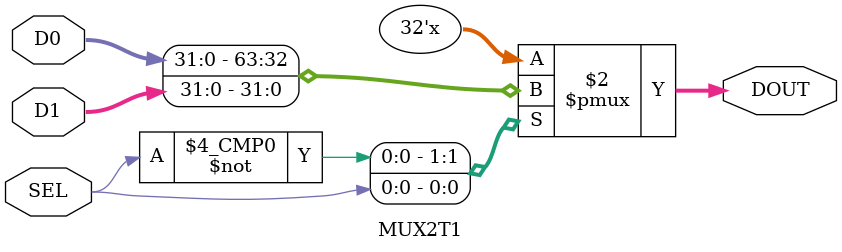
<source format=sv>
`timescale 1ns/1ps

module MUX2T1(

    input SEL,
    input [31:0] D0,
    input [31:0] D1,
    output logic [31:0] DOUT

);

    always_comb begin
        case(SEL) 
            1'b0: begin
                DOUT = D0;
            end
            1'b1: begin
                DOUT = D1;
            end
            default: begin
                DOUT = D0;
            end
        endcase
    end

endmodule
</source>
